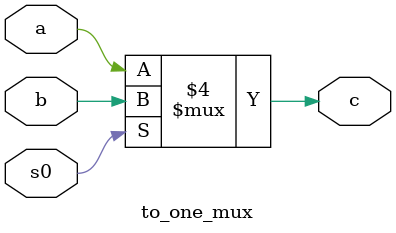
<source format=v>



module to_one_mux (a,b,s0,c);

	input a;
	input b,s0;
	output c;
	reg c;
	//assign c = s0&b | ~s0&a;
	
	always @(a,b,s0)
    begin
        if(s0 == 0) 
            c = a;  //when select signal to the mux is low
        else
            c = b;  //when select signal to the mux is high
    end
	
endmodule 
</source>
